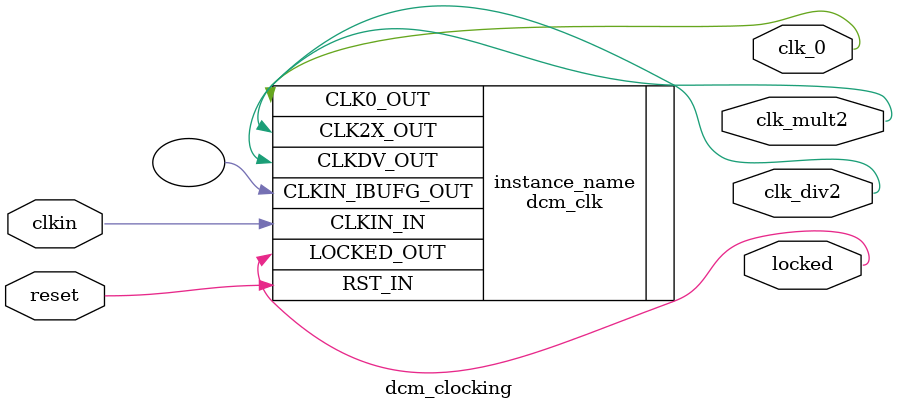
<source format=v>
`timescale 1ns / 1ps
module dcm_clocking(
    input clkin,
	 input reset,
    output clk_0,
    output clk_div2,
    output clk_mult2,
    output locked
    );
	 
dcm_clk instance_name (
    .CLKIN_IN(clkin), 
    .RST_IN(reset), 
    .CLKDV_OUT(clk_div2), 
    .CLKIN_IBUFG_OUT(), 
    .CLK0_OUT(clk_0), 
    .CLK2X_OUT(clk_mult2), 
    .LOCKED_OUT(locked)
    );




endmodule

</source>
